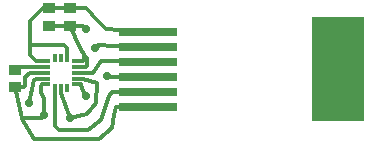
<source format=gtl>
G04 (created by PCBNEW (2013-07-07 BZR 4022)-stable) date 8/8/2014 4:48:50 PM*
%MOIN*%
G04 Gerber Fmt 3.4, Leading zero omitted, Abs format*
%FSLAX34Y34*%
G01*
G70*
G90*
G04 APERTURE LIST*
%ADD10C,0.00590551*%
%ADD11R,0.0314961X0.011811*%
%ADD12R,0.011811X0.0314961*%
%ADD13R,0.19685X0.0299213*%
%ADD14R,0.177165X0.346457*%
%ADD15R,0.0394X0.0354*%
%ADD16C,0.0275591*%
%ADD17C,0.011811*%
G04 APERTURE END LIST*
G54D10*
G54D11*
X54625Y-42716D03*
X54625Y-42519D03*
X55629Y-42519D03*
X54625Y-42911D03*
X54625Y-43110D03*
X54625Y-43307D03*
G54D12*
X54931Y-43415D03*
X55114Y-43415D03*
X55324Y-43415D03*
G54D11*
X55629Y-43307D03*
X55629Y-43110D03*
X55629Y-42911D03*
X55629Y-42716D03*
G54D12*
X55324Y-42411D03*
X55122Y-42411D03*
X54931Y-42411D03*
G54D13*
X58031Y-41545D03*
X58031Y-42545D03*
X58031Y-43545D03*
X58031Y-43045D03*
X58031Y-44045D03*
X58031Y-42045D03*
G54D14*
X64350Y-42795D03*
G54D15*
X53582Y-43406D03*
X53582Y-42814D03*
X55433Y-41358D03*
X55433Y-40766D03*
X54724Y-41358D03*
X54724Y-40766D03*
G54D16*
X55944Y-41456D03*
X54566Y-44330D03*
X55413Y-44429D03*
X56259Y-42086D03*
X55944Y-43700D03*
X56653Y-43031D03*
X54055Y-43937D03*
G54D17*
X54448Y-43543D02*
X54448Y-43346D01*
X54448Y-43543D02*
X54552Y-43785D01*
X54566Y-44330D02*
X54552Y-43785D01*
X54488Y-43307D02*
X54625Y-43307D01*
X54448Y-43346D02*
X54488Y-43307D01*
X55433Y-41358D02*
X55847Y-41358D01*
X55847Y-41358D02*
X55944Y-41456D01*
X55629Y-43110D02*
X55866Y-43110D01*
X55984Y-44291D02*
X55413Y-44429D01*
X56299Y-43917D02*
X55984Y-44291D01*
X56338Y-43248D02*
X56299Y-43917D01*
X55866Y-43110D02*
X56338Y-43248D01*
X55114Y-43415D02*
X55118Y-43582D01*
X54486Y-44411D02*
X53810Y-44411D01*
X54566Y-44330D02*
X54486Y-44411D01*
X55118Y-43582D02*
X55413Y-44429D01*
X54625Y-42911D02*
X54096Y-42911D01*
X53877Y-43406D02*
X53582Y-43406D01*
X53937Y-43346D02*
X53877Y-43406D01*
X53937Y-43070D02*
X53937Y-43346D01*
X54096Y-42911D02*
X53937Y-43070D01*
X58031Y-44045D02*
X57175Y-44045D01*
X53818Y-44448D02*
X53810Y-44411D01*
X53810Y-44411D02*
X53582Y-43406D01*
X54212Y-45118D02*
X53818Y-44448D01*
X56377Y-45118D02*
X54212Y-45118D01*
X56889Y-44330D02*
X56811Y-44763D01*
X56811Y-44763D02*
X56377Y-45118D01*
X56968Y-44055D02*
X56889Y-44330D01*
X57175Y-44045D02*
X56968Y-44055D01*
X55629Y-42716D02*
X55944Y-42716D01*
X55984Y-42440D02*
X55905Y-42362D01*
X55984Y-42677D02*
X55984Y-42440D01*
X55944Y-42716D02*
X55984Y-42677D01*
X55629Y-42519D02*
X55866Y-42519D01*
X55590Y-41732D02*
X55433Y-41358D01*
X55787Y-42165D02*
X55590Y-41732D01*
X55905Y-42283D02*
X55787Y-42165D01*
X55905Y-42480D02*
X55905Y-42362D01*
X55905Y-42362D02*
X55905Y-42283D01*
X55866Y-42519D02*
X55905Y-42480D01*
X54724Y-41358D02*
X55433Y-41358D01*
X55629Y-42911D02*
X56181Y-42913D01*
X56456Y-42519D02*
X58031Y-42545D01*
X56181Y-42913D02*
X56456Y-42519D01*
X55629Y-43307D02*
X55787Y-43307D01*
X56340Y-42005D02*
X58031Y-42084D01*
X56259Y-42125D02*
X56340Y-42045D01*
X55824Y-43467D02*
X55944Y-43700D01*
X55787Y-43307D02*
X55824Y-43467D01*
X54625Y-42716D02*
X53680Y-42716D01*
X53680Y-42716D02*
X53582Y-42814D01*
X54625Y-43110D02*
X54330Y-43110D01*
X56667Y-43045D02*
X58031Y-43045D01*
X56653Y-43031D02*
X56667Y-43045D01*
X54212Y-43149D02*
X54055Y-43937D01*
X54330Y-43110D02*
X54212Y-43149D01*
X54931Y-43415D02*
X54921Y-44685D01*
X54921Y-44685D02*
X54921Y-44685D01*
X56929Y-43543D02*
X58031Y-43545D01*
X56811Y-43543D02*
X56929Y-43543D01*
X56732Y-43700D02*
X56811Y-43543D01*
X56023Y-44842D02*
X56456Y-44488D01*
X56456Y-44488D02*
X56732Y-43700D01*
X55039Y-44842D02*
X56023Y-44842D01*
X54921Y-44685D02*
X55039Y-44842D01*
X54094Y-42007D02*
X55236Y-42007D01*
X55324Y-42096D02*
X55324Y-42411D01*
X55236Y-42007D02*
X55324Y-42096D01*
X55433Y-40766D02*
X54724Y-40766D01*
X54724Y-40766D02*
X54508Y-40766D01*
X54508Y-40766D02*
X54094Y-41181D01*
X54094Y-41181D02*
X54094Y-42007D01*
X54094Y-42007D02*
X54094Y-42322D01*
X54094Y-42322D02*
X54291Y-42519D01*
X54291Y-42519D02*
X54625Y-42519D01*
X58031Y-41545D02*
X56624Y-41466D01*
X55963Y-40766D02*
X55433Y-40766D01*
X56141Y-40944D02*
X55963Y-40766D01*
X56141Y-40984D02*
X56141Y-40944D01*
X56624Y-41466D02*
X56141Y-40984D01*
M02*

</source>
